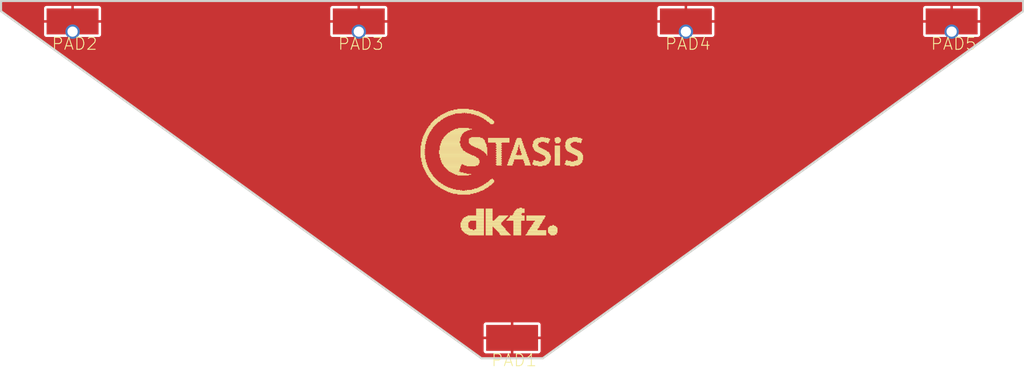
<source format=kicad_pcb>
(kicad_pcb (version 20240108) (generator "pcbnew") (generator_version "8.0")
  (layers (0 "F.Cu" signal) (31 "B.Cu" signal) (34 "B.Paste" user) (35 "F.Paste" user) (36 "B.SilkS" user "B.Silkscreen") (37 "F.SilkS" user "F.Silkscreen") (38 "B.Mask" user) (39 "F.Mask" user) (44 "Edge.Cuts" user))
  (net 0 "")
  (net 1 "N$1")
  (footprint "Strip-Con_board_4:SMD2,54-5,08_412" (layer "F.Cu") (at 148.5011 120.5036 90)
    (property "Reference" "PAD1" (at -1.5 2.5 0) (layer "F.SilkS") (effects (font (size 1.176528 1.176528) (thickness 0.093472)) (justify right top)))
    (property "Value" "")
    (pad "1" smd rect (at 0 0 90) (size 2.54 5.08) (layers "F.Cu" "F.Paste" "F.Mask") (net 1 "N$1"))
  )
  (footprint "Strip-Con_board_4:LOGO_STASIS" (layer "F.Cu") (at 148.5011 102.5036)
    (property "Reference" "U$1" (hide yes))
    (property "Value" "" (hide yes))
  )
  (footprint "Strip-Con_board_4:SMD2,54-5,08_412" (layer "F.Cu") (at 133.5011 89.5036 90)
    (property "Reference" "PAD3" (at -1.5 2.5 0) (layer "F.SilkS") (effects (font (size 1.176528 1.176528) (thickness 0.093472)) (justify right top)))
    (property "Value" "")
    (pad "1" smd rect (at 0 0 90) (size 2.54 5.08) (layers "F.Cu" "F.Paste" "F.Mask") (net 1 "N$1"))
  )
  (footprint "Strip-Con_board_4:SMD2,54-5,08_412" (layer "F.Cu") (at 165.5011 89.5036 90)
    (property "Reference" "PAD4" (at -1.5 2.5 0) (layer "F.SilkS") (effects (font (size 1.176528 1.176528) (thickness 0.093472)) (justify right top)))
    (property "Value" "")
    (pad "1" smd rect (at 0 0 90) (size 2.54 5.08) (layers "F.Cu" "F.Paste" "F.Mask") (net 1 "N$1"))
  )
  (footprint "Strip-Con_board_4:LOGO_DKFZ" (layer "F.Cu") (at 143.5011 110.5036)
    (property "Reference" "U$2" (hide yes))
    (property "Value" "" (hide yes))
  )
  (footprint "Strip-Con_board_4:SMD2,54-5,08_412" (layer "F.Cu") (at 191.5011 89.5036 90)
    (property "Reference" "PAD5" (at -1.5 2.5 0) (layer "F.SilkS") (effects (font (size 1.176528 1.176528) (thickness 0.093472)) (justify right top)))
    (property "Value" "")
    (pad "1" smd rect (at 0 0 90) (size 2.54 5.08) (layers "F.Cu" "F.Paste" "F.Mask") (net 1 "N$1"))
  )
  (footprint "Strip-Con_board_4:SMD2,54-5,08_412" (layer "F.Cu") (at 105.5011 89.5036 90)
    (property "Reference" "PAD2" (at -1.5 2.5 0) (layer "F.SilkS") (effects (font (size 1.176528 1.176528) (thickness 0.093472)) (justify right top)))
    (property "Value" "")
    (pad "1" smd rect (at 0 0 90) (size 2.54 5.08) (layers "F.Cu" "F.Paste" "F.Mask") (net 1 "N$1"))
  )
  (gr_line (start 145.5011 122.5036) (end 151.5011 122.5036) (stroke (width 0.2)) (layer "Edge.Cuts"))
  (gr_line (start 98.5011 87.5036) (end 98.5011 88.5036) (stroke (width 0.2)) (layer "Edge.Cuts"))
  (gr_line (start 151.5011 122.5036) (end 198.5011 88.5036) (stroke (width 0.2)) (layer "Edge.Cuts"))
  (gr_line (start 98.5011 88.5036) (end 145.5011 122.5036) (stroke (width 0.2)) (layer "Edge.Cuts"))
  (gr_line (start 198.5011 88.5036) (end 198.5011 87.5036) (stroke (width 0.2)) (layer "Edge.Cuts"))
  (gr_line (start 198.5011 87.5036) (end 98.5011 87.5036) (stroke (width 0.2)) (layer "Edge.Cuts"))
  (via (at 165.5011 90.5036) (size 1.4064) (drill 1) (layers "F.Cu" "B.Cu") (net 1))
  (via (at 133.5011 90.5036) (size 1.4064) (drill 1) (layers "F.Cu" "B.Cu") (net 1))
  (via (at 191.5011 90.5036) (size 1.4064) (drill 1) (layers "F.Cu" "B.Cu") (net 1))
  (via (at 105.5011 90.5036) (size 1.4064) (drill 1) (layers "F.Cu" "B.Cu") (net 1))
  (zone (net 1) (net_name "N$1") (layer "F.Cu") (priority 6) (connect_pads (clearance 0.000001)) (min_thickness 0.1) (fill yes (thermal_gap 0.25) (thermal_bridge_width 0.25))
    (polygon (pts (xy 198.6011 88.554682) (xy 151.533478 122.6036) (xy 145.468722 122.6036) (xy 98.4011 88.554682) (xy 98.4011 87.4036) (xy 198.6011 87.4036)))
  )
)
</source>
